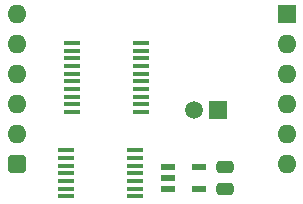
<source format=gts>
%TF.GenerationSoftware,KiCad,Pcbnew,8.0.7*%
%TF.CreationDate,2025-03-13T08:57:24+02:00*%
%TF.ProjectId,HCP65 Native Memory Select,48435036-3520-44e6-9174-697665204d65,V0*%
%TF.SameCoordinates,Original*%
%TF.FileFunction,Soldermask,Top*%
%TF.FilePolarity,Negative*%
%FSLAX46Y46*%
G04 Gerber Fmt 4.6, Leading zero omitted, Abs format (unit mm)*
G04 Created by KiCad (PCBNEW 8.0.7) date 2025-03-13 08:57:24*
%MOMM*%
%LPD*%
G01*
G04 APERTURE LIST*
G04 Aperture macros list*
%AMRoundRect*
0 Rectangle with rounded corners*
0 $1 Rounding radius*
0 $2 $3 $4 $5 $6 $7 $8 $9 X,Y pos of 4 corners*
0 Add a 4 corners polygon primitive as box body*
4,1,4,$2,$3,$4,$5,$6,$7,$8,$9,$2,$3,0*
0 Add four circle primitives for the rounded corners*
1,1,$1+$1,$2,$3*
1,1,$1+$1,$4,$5*
1,1,$1+$1,$6,$7*
1,1,$1+$1,$8,$9*
0 Add four rect primitives between the rounded corners*
20,1,$1+$1,$2,$3,$4,$5,0*
20,1,$1+$1,$4,$5,$6,$7,0*
20,1,$1+$1,$6,$7,$8,$9,0*
20,1,$1+$1,$8,$9,$2,$3,0*%
G04 Aperture macros list end*
%ADD10C,1.500000*%
%ADD11R,1.500000X1.500000*%
%ADD12R,1.150000X0.600000*%
%ADD13R,1.475000X0.450000*%
%ADD14RoundRect,0.250000X0.475000X-0.250000X0.475000X0.250000X-0.475000X0.250000X-0.475000X-0.250000X0*%
%ADD15R,1.600000X1.600000*%
%ADD16O,1.600000X1.600000*%
%ADD17RoundRect,0.400000X-0.400000X-0.400000X0.400000X-0.400000X0.400000X0.400000X-0.400000X0.400000X0*%
G04 APERTURE END LIST*
D10*
%TO.C,C3*%
X15017999Y-8128000D03*
D11*
X17018000Y-8128000D03*
%TD*%
D12*
%TO.C,IC1*%
X15397000Y-12893000D03*
X15397000Y-14793000D03*
X12797000Y-14793000D03*
X12797000Y-13843000D03*
X12797000Y-12893000D03*
%TD*%
D13*
%TO.C,IC2*%
X10050000Y-11512000D03*
X10050000Y-12162000D03*
X10050000Y-12812000D03*
X10050000Y-13462000D03*
X10050000Y-14112000D03*
X10050000Y-14762000D03*
X10050000Y-15412000D03*
X4174000Y-15412000D03*
X4174000Y-14762000D03*
X4174000Y-14112000D03*
X4174000Y-13462000D03*
X4174000Y-12812000D03*
X4174000Y-12162000D03*
X4174000Y-11512000D03*
%TD*%
D14*
%TO.C,C4*%
X17653000Y-12877000D03*
X17653000Y-14777000D03*
%TD*%
D15*
%TO.C,J2*%
X22860000Y0D03*
D16*
X22860000Y-2540000D03*
X22860000Y-5080000D03*
X22860000Y-7620000D03*
X22860000Y-10160000D03*
X22860000Y-12700000D03*
D17*
X0Y-12700000D03*
D16*
X0Y-10160000D03*
X0Y-7620000D03*
X0Y-5080000D03*
X0Y-2540000D03*
X0Y0D03*
%TD*%
D13*
%TO.C,IC3*%
X10558000Y-2409000D03*
X10558000Y-3059000D03*
X10558000Y-3709000D03*
X10558000Y-4359000D03*
X10558000Y-5009000D03*
X10558000Y-5659000D03*
X10558000Y-6309000D03*
X10558000Y-6959000D03*
X10558000Y-7609000D03*
X10558000Y-8259000D03*
X4682000Y-8259000D03*
X4682000Y-7609000D03*
X4682000Y-6959000D03*
X4682000Y-6309000D03*
X4682000Y-5659000D03*
X4682000Y-5009000D03*
X4682000Y-4359000D03*
X4682000Y-3709000D03*
X4682000Y-3059000D03*
X4682000Y-2409000D03*
%TD*%
M02*

</source>
